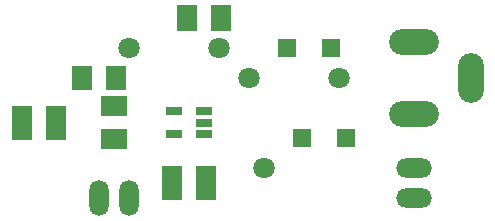
<source format=gbr>
G04 #@! TF.GenerationSoftware,KiCad,Pcbnew,(5.0.0)*
G04 #@! TF.CreationDate,2020-02-21T08:36:11-08:00*
G04 #@! TF.ProjectId,12V Power Circuit V4,31325620506F77657220436972637569,rev?*
G04 #@! TF.SameCoordinates,Original*
G04 #@! TF.FileFunction,Soldermask,Top*
G04 #@! TF.FilePolarity,Negative*
%FSLAX46Y46*%
G04 Gerber Fmt 4.6, Leading zero omitted, Abs format (unit mm)*
G04 Created by KiCad (PCBNEW (5.0.0)) date 02/21/20 08:36:11*
%MOMM*%
%LPD*%
G01*
G04 APERTURE LIST*
%ADD10R,1.403200X0.753200*%
%ADD11R,1.603200X1.603200*%
%ADD12R,1.803200X2.903200*%
%ADD13R,1.803200X2.003200*%
%ADD14R,1.803200X2.203200*%
%ADD15R,2.203200X1.803200*%
%ADD16O,3.048000X1.625600*%
%ADD17O,1.625600X3.048000*%
%ADD18O,2.203200X4.203200*%
%ADD19O,4.203200X2.203200*%
%ADD20C,1.803400*%
G04 APERTURE END LIST*
D10*
G04 #@! TO.C,U$1*
X143556100Y-108488600D03*
X143556100Y-106588600D03*
X146156100Y-106588600D03*
X146156100Y-107538600D03*
X146156100Y-108488600D03*
G04 #@! TD*
D11*
G04 #@! TO.C,D1*
X156916100Y-101188600D03*
X153116100Y-101188600D03*
G04 #@! TD*
G04 #@! TO.C,D2*
X158186100Y-108808600D03*
X154386100Y-108808600D03*
G04 #@! TD*
D12*
G04 #@! TO.C,C1*
X143456100Y-112618600D03*
X146256100Y-112618600D03*
G04 #@! TD*
G04 #@! TO.C,C2*
X130756100Y-107538600D03*
X133556100Y-107538600D03*
G04 #@! TD*
D13*
G04 #@! TO.C,C3*
X135836100Y-103728600D03*
X138636100Y-103728600D03*
G04 #@! TD*
D14*
G04 #@! TO.C,R1*
X144726100Y-98648600D03*
X147526100Y-98648600D03*
G04 #@! TD*
D15*
G04 #@! TO.C,R2*
X138506100Y-108938600D03*
X138506100Y-106138600D03*
G04 #@! TD*
D16*
G04 #@! TO.C,JP1*
X163906100Y-111348600D03*
X163906100Y-113888600D03*
G04 #@! TD*
D17*
G04 #@! TO.C,JP2*
X139776100Y-113888600D03*
X137236100Y-113888600D03*
G04 #@! TD*
D18*
G04 #@! TO.C,J1*
X168706100Y-103728600D03*
D19*
X163906100Y-100728600D03*
X163906100Y-106828600D03*
G04 #@! TD*
D20*
G04 #@! TO.C,J2*
X139776100Y-101188600D03*
X147396100Y-101188600D03*
G04 #@! TD*
G04 #@! TO.C,PAD1*
X151206100Y-111348600D03*
G04 #@! TD*
G04 #@! TO.C,J3*
X157556100Y-103728600D03*
X149936100Y-103728600D03*
G04 #@! TD*
M02*

</source>
